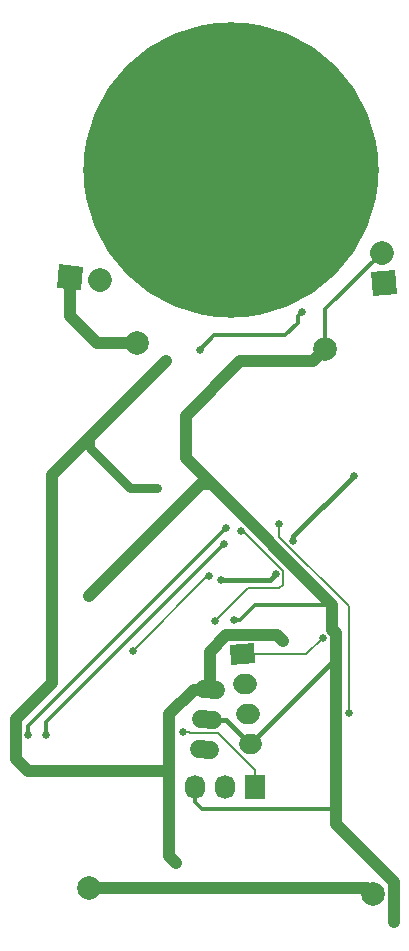
<source format=gbl>
G04 #@! TF.FileFunction,Copper,L2,Bot,Signal*
%FSLAX46Y46*%
G04 Gerber Fmt 4.6, Leading zero omitted, Abs format (unit mm)*
G04 Created by KiCad (PCBNEW 4.0.2-stable) date Thursday, February 23, 2017 'PMt' 11:52:06 PM*
%MOMM*%
G01*
G04 APERTURE LIST*
%ADD10C,0.100000*%
%ADD11C,1.501140*%
%ADD12C,2.000000*%
%ADD13C,2.032000*%
%ADD14C,1.727200*%
%ADD15R,1.727200X2.032000*%
%ADD16O,1.727200X2.032000*%
%ADD17C,25.000000*%
%ADD18C,0.680000*%
%ADD19C,0.304800*%
%ADD20C,1.016000*%
%ADD21C,0.400000*%
%ADD22C,0.152400*%
%ADD23C,0.793750*%
G04 APERTURE END LIST*
D10*
D11*
X83497211Y-126573835D02*
X82502789Y-126486835D01*
X83275835Y-129104170D02*
X82281413Y-129017170D01*
X83718587Y-124043500D02*
X82724165Y-123956500D01*
D12*
X93004133Y-95187141D03*
X97039880Y-141315937D03*
D10*
G36*
X70299316Y-90023584D02*
X70476416Y-87999316D01*
X72500684Y-88176416D01*
X72323584Y-90200684D01*
X70299316Y-90023584D01*
X70299316Y-90023584D01*
G37*
D13*
X73930335Y-89321376D02*
X73930335Y-89321376D01*
D10*
G36*
X86936866Y-120051136D02*
X87087402Y-121771764D01*
X85063134Y-121948864D01*
X84912598Y-120228236D01*
X86936866Y-120051136D01*
X86936866Y-120051136D01*
G37*
D14*
X86373196Y-123517052D02*
X86069556Y-123543618D01*
X86594571Y-126047386D02*
X86290931Y-126073952D01*
X86815947Y-128577721D02*
X86512307Y-128604287D01*
D10*
G36*
X97076416Y-90640684D02*
X96899316Y-88616416D01*
X98923584Y-88439316D01*
X99100684Y-90463584D01*
X97076416Y-90640684D01*
X97076416Y-90640684D01*
G37*
D13*
X97778624Y-87009665D02*
X97778624Y-87009665D01*
D15*
X87080000Y-132200000D03*
D16*
X84540000Y-132200000D03*
X82000000Y-132200000D03*
D12*
X73000000Y-140812859D03*
X77035747Y-94684063D03*
D17*
X85000000Y-80000000D03*
D18*
X98800000Y-143700000D03*
X93900000Y-134100000D03*
X73000000Y-116100000D03*
X85300000Y-118100000D03*
X81200000Y-100800000D03*
X93600000Y-116800000D03*
X92800000Y-119600000D03*
X89400000Y-119900000D03*
X78750000Y-106900000D03*
X79500000Y-96200000D03*
X80400000Y-138700000D03*
X82400000Y-95200000D03*
X91000000Y-92000000D03*
X84200000Y-114700000D03*
X88800000Y-114200000D03*
X90300000Y-111400000D03*
X95400000Y-105900000D03*
X85900000Y-110600000D03*
X83700000Y-118200000D03*
X95000000Y-126000000D03*
X89100000Y-110000000D03*
X83200000Y-114400000D03*
X76700000Y-120700000D03*
X69400000Y-127800000D03*
X84400000Y-111700000D03*
X67800000Y-127800000D03*
X84600000Y-110300000D03*
X81000000Y-127600000D03*
D19*
X82000000Y-132200000D02*
X82000000Y-133520800D01*
X82000000Y-133520800D02*
X82579200Y-134100000D01*
X82579200Y-134100000D02*
X93419168Y-134100000D01*
X93419168Y-134100000D02*
X93900000Y-134100000D01*
D20*
X93900000Y-135400000D02*
X98800000Y-140300000D01*
X98800000Y-140300000D02*
X98800000Y-143700000D01*
X93900000Y-134100000D02*
X93900000Y-135400000D01*
X93600000Y-116800000D02*
X93600000Y-118919406D01*
X93600000Y-118919406D02*
X93900000Y-119219406D01*
X93900000Y-119219406D02*
X93900000Y-134100000D01*
D19*
X85300000Y-118100000D02*
X85760001Y-118100000D01*
D20*
X83400000Y-106600000D02*
X93600000Y-116800000D01*
X81200000Y-104400000D02*
X83400000Y-106600000D01*
X83400000Y-106600000D02*
X82500000Y-106600000D01*
X82500000Y-106600000D02*
X73000000Y-116100000D01*
X81200000Y-100800000D02*
X81200000Y-104400000D01*
D19*
X85760001Y-118100000D02*
X87060001Y-116800000D01*
X87060001Y-116800000D02*
X93600000Y-116800000D01*
D20*
X85812860Y-96187140D02*
X81200000Y-100800000D01*
X93004133Y-95187141D02*
X92004134Y-96187140D01*
X92004134Y-96187140D02*
X85812860Y-96187140D01*
D21*
X86664127Y-128591004D02*
X93600000Y-121655131D01*
X93600000Y-121655131D02*
X93600000Y-116800000D01*
X83000000Y-126530335D02*
X84603458Y-126530335D01*
X84603458Y-126530335D02*
X86664127Y-128591004D01*
D19*
X93004133Y-95187141D02*
X93004133Y-91784156D01*
X93004133Y-91784156D02*
X97778624Y-87009665D01*
D20*
X71400000Y-89100000D02*
X71400000Y-92400000D01*
X71400000Y-92400000D02*
X73684063Y-94684063D01*
X73684063Y-94684063D02*
X77035747Y-94684063D01*
D22*
X86000000Y-121000000D02*
X91400000Y-121000000D01*
X91400000Y-121000000D02*
X92800000Y-119600000D01*
D20*
X83221376Y-120778624D02*
X84609274Y-119390726D01*
X84609274Y-119390726D02*
X88890726Y-119390726D01*
X88890726Y-119390726D02*
X89400000Y-119900000D01*
X83221376Y-124000000D02*
X83221376Y-120778624D01*
D23*
X73100000Y-103500000D02*
X76500000Y-106900000D01*
X76500000Y-106900000D02*
X78750000Y-106900000D01*
D20*
X73100000Y-102600000D02*
X69900000Y-105800000D01*
X79500000Y-96200000D02*
X73100000Y-102600000D01*
D23*
X73100000Y-102600000D02*
X73100000Y-103500000D01*
D20*
X79800000Y-126076451D02*
X79800000Y-130900000D01*
X66799599Y-129899599D02*
X67800000Y-130900000D01*
X79800000Y-130900000D02*
X79800000Y-138100000D01*
X67800000Y-130900000D02*
X79800000Y-130900000D01*
X69900000Y-123400000D02*
X66799599Y-126500401D01*
X66799599Y-126500401D02*
X66799599Y-129899599D01*
X69900000Y-105800000D02*
X69900000Y-123400000D01*
X79800000Y-138100000D02*
X80400000Y-138700000D01*
X83221376Y-124000000D02*
X81876451Y-124000000D01*
X81876451Y-124000000D02*
X79800000Y-126076451D01*
D19*
X83600000Y-94000000D02*
X82400000Y-95200000D01*
X89600000Y-94000000D02*
X83600000Y-94000000D01*
X90660001Y-92939999D02*
X89600000Y-94000000D01*
X91000000Y-92000000D02*
X90660001Y-92339999D01*
X90660001Y-92339999D02*
X90660001Y-92939999D01*
D21*
X88800000Y-114200000D02*
X88300000Y-114700000D01*
X88300000Y-114700000D02*
X84200000Y-114700000D01*
X95400000Y-105900000D02*
X90300000Y-111000000D01*
X90300000Y-111000000D02*
X90300000Y-111400000D01*
D22*
X89400000Y-115100000D02*
X89400000Y-113958470D01*
X89400000Y-113958470D02*
X86041530Y-110600000D01*
X86041530Y-110600000D02*
X85900000Y-110600000D01*
X89100000Y-115400000D02*
X89400000Y-115100000D01*
X86500000Y-115400000D02*
X89100000Y-115400000D01*
X83700000Y-118200000D02*
X86500000Y-115400000D01*
X95000000Y-116941530D02*
X95000000Y-126000000D01*
X89100000Y-110000000D02*
X89100000Y-111041530D01*
X89100000Y-111041530D02*
X95000000Y-116941530D01*
X76700000Y-120700000D02*
X83000000Y-114400000D01*
X83000000Y-114400000D02*
X83200000Y-114400000D01*
D19*
X84400000Y-111700000D02*
X69400000Y-126700000D01*
X69400000Y-126700000D02*
X69400000Y-127800000D01*
X84600000Y-110300000D02*
X67800000Y-127100000D01*
X67800000Y-127100000D02*
X67800000Y-127800000D01*
D22*
X81000000Y-127600000D02*
X81480832Y-127600000D01*
X83948400Y-127700000D02*
X87080000Y-130831600D01*
X81480832Y-127600000D02*
X81580832Y-127700000D01*
X81580832Y-127700000D02*
X83948400Y-127700000D01*
X87080000Y-130831600D02*
X87080000Y-132000000D01*
D20*
X73000000Y-140812859D02*
X96536802Y-140812859D01*
M02*

</source>
